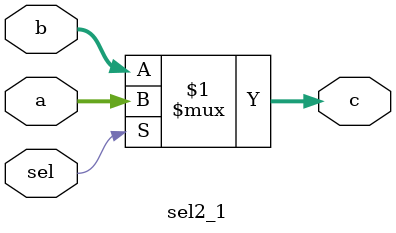
<source format=v>
module sel2_1 (
	    input [4:0] a,
        input [4:0] b,
        input sel,
        output [4:0] c
	);

assign c = sel ? a:b;

endmodule
</source>
